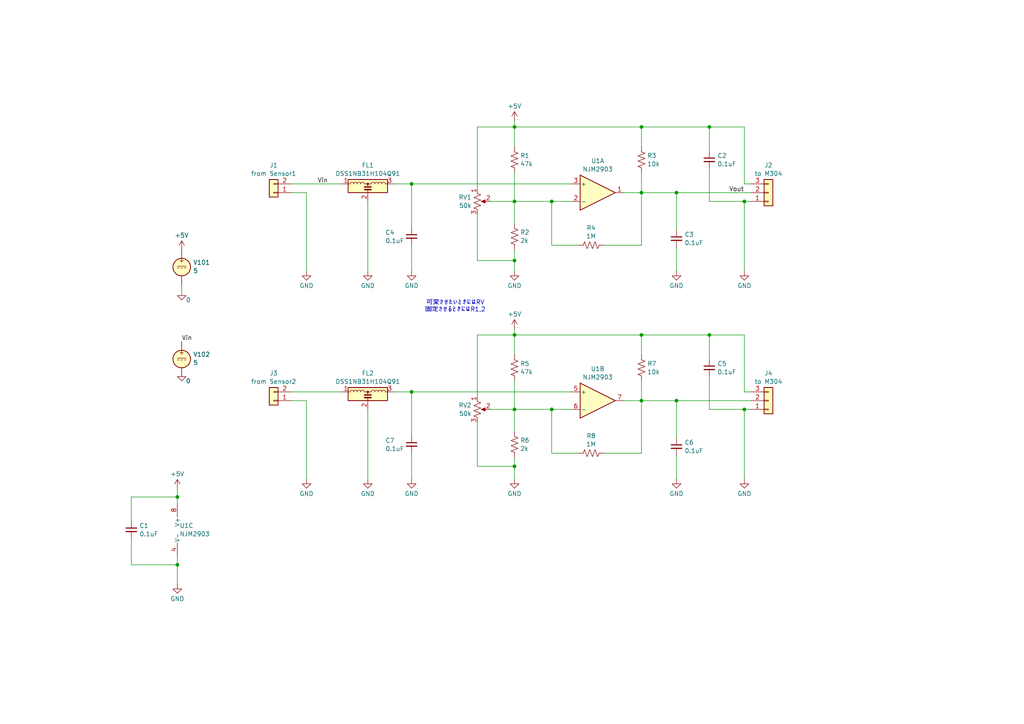
<source format=kicad_sch>
(kicad_sch (version 20231120) (generator "eeschema") (generator_version "8.0")
  (paper "A4")
  (title_block (title "Voltage Amplifier & Comparator for CTT-10-CLS-CV-25") (date "2025-07-04") (rev "1.00") (company "YS-Lab"))
  (lib_symbols
    (symbol "Connector_Generic:Conn_01x02" (pin_names (offset 1.016) hide)
      (property "Reference" "J" (at 0 2.54 0))
      (property "Value" "Conn_01x02" (at 0 -5.08 0))
      (symbol "Conn_01x02_1_1"
        (rectangle (start -1.27 -2.413) (end 0 -2.667) (stroke (width 0.1524)))
        (rectangle (start -1.27 0.127) (end 0 -0.127) (stroke (width 0.1524)))
        (rectangle (start -1.27 1.27) (end 1.27 -3.81) (stroke (width 0.254)) (fill (type background)))
        (pin passive line (at -5.08 0 0) (length 3.81) (name "Pin_1") (number "1"))
        (pin passive line (at -5.08 -2.54 0) (length 3.81) (name "Pin_2") (number "2"))
      )
    )
    (symbol "Connector_Generic:Conn_01x03" (pin_names (offset 1.016) hide)
      (property "Reference" "J" (at 0 5.08 0))
      (property "Value" "Conn_01x03" (at 0 -5.08 0))
      (symbol "Conn_01x03_1_1"
        (rectangle (start -1.27 -2.413) (end 0 -2.667) (stroke (width 0.1524)))
        (rectangle (start -1.27 0.127) (end 0 -0.127) (stroke (width 0.1524)))
        (rectangle (start -1.27 2.667) (end 0 2.413) (stroke (width 0.1524)))
        (rectangle (start -1.27 3.81) (end 1.27 -3.81) (stroke (width 0.254)) (fill (type background)))
        (pin passive line (at -5.08 2.54 0) (length 3.81) (name "Pin_1") (number "1"))
        (pin passive line (at -5.08 0 0) (length 3.81) (name "Pin_2") (number "2"))
        (pin passive line (at -5.08 -2.54 0) (length 3.81) (name "Pin_3") (number "3"))
      )
    )
    (symbol "Device:C_Small" (pin_numbers hide) (pin_names (offset 0.254) hide)
      (property "Reference" "C" (at 0.254 1.778 0))
      (property "Value" "C_Small" (at 0.254 -2.032 0))
      (symbol "C_Small_0_1"
        (polyline (pts (xy -1.524 -0.508) (xy 1.524 -0.508)) (stroke (width 0.3302)))
        (polyline (pts (xy -1.524 0.508) (xy 1.524 0.508)) (stroke (width 0.3048)))
      )
      (symbol "C_Small_1_1"
        (pin passive line (at 0 2.54 270) (length 2.032) (name "~") (number "1"))
        (pin passive line (at 0 -2.54 90) (length 2.032) (name "~") (number "2"))
      )
    )
    (symbol "Device:Filter_EMI_LCL" (pin_names (offset 0.254) hide)
      (property "Reference" "FL" (at 0 6.985 0))
      (property "Value" "Filter_EMI_LCL" (at 0 5.08 0))
      (symbol "Filter_EMI_LCL_0_1"
        (rectangle (start -5.715 3.81) (end 5.715 0) (stroke (width 0.254)) (fill (type background)))
        (arc (start -4.064 2.54) (mid -4.572 3.0458) (end -5.08 2.54))
        (arc (start -3.048 2.54) (mid -3.556 3.0458) (end -4.064 2.54))
        (arc (start -2.032 2.54) (mid -2.54 3.0458) (end -3.048 2.54))
        (rectangle (start -1.016 0.762) (end 1.016 1.016) (fill (type outline)))
        (arc (start -1.016 2.54) (mid -1.524 3.0458) (end -2.032 2.54))
        (polyline (pts (xy -1.016 2.54) (xy 1.016 2.54)))
        (polyline (pts (xy 0 0.762) (xy 0 0)))
        (polyline (pts (xy 0 2.54) (xy 0 1.778)))
        (circle (center 0 2.54) (radius 0.254) (fill (type outline)))
        (rectangle (start 1.016 1.524) (end -1.016 1.778) (fill (type outline)))
        (arc (start 2.032 2.54) (mid 1.524 3.0458) (end 1.016 2.54))
        (arc (start 3.048 2.54) (mid 2.54 3.0458) (end 2.032 2.54))
        (arc (start 4.064 2.54) (mid 3.556 3.0458) (end 3.048 2.54))
        (arc (start 5.08 2.54) (mid 4.572 3.0458) (end 4.064 2.54))
      )
      (symbol "Filter_EMI_LCL_1_1"
        (pin passive line (at -7.62 2.54 0) (length 2.54) (name "1") (number "1"))
        (pin passive line (at 0 -2.54 90) (length 2.54) (name "2") (number "2"))
        (pin passive line (at 7.62 2.54 180) (length 2.54) (name "3") (number "3"))
      )
    )
    (symbol "Device:R_Potentiometer_US" (pin_names (offset 1.016) hide)
      (property "Reference" "RV" (at -4.445 0 90))
      (property "Value" "R_Potentiometer_US" (at -2.54 0 90))
      (symbol "R_Potentiometer_US_0_1"
        (polyline (pts (xy 0 -2.286) (xy 0 -2.54)))
        (polyline (pts (xy 0 2.54) (xy 0 2.286)))
        (polyline (pts (xy 2.54 0) (xy 1.524 0)))
        (polyline (pts (xy 1.143 0) (xy 2.286 0.508) (xy 2.286 -0.508) (xy 1.143 0)) (fill (type outline)))
        (polyline (pts (xy 0 -0.762) (xy 1.016 -1.143) (xy 0 -1.524) (xy -1.016 -1.905) (xy 0 -2.286)))
        (polyline (pts (xy 0 0.762) (xy 1.016 0.381) (xy 0 0) (xy -1.016 -0.381) (xy 0 -0.762)))
        (polyline (pts (xy 0 2.286) (xy 1.016 1.905) (xy 0 1.524) (xy -1.016 1.143) (xy 0 0.762)))
      )
      (symbol "R_Potentiometer_US_1_1"
        (pin passive line (at 0 3.81 270) (length 1.27) (name "1") (number "1"))
        (pin passive line (at 3.81 0 180) (length 1.27) (name "2") (number "2"))
        (pin passive line (at 0 -3.81 90) (length 1.27) (name "3") (number "3"))
      )
    )
    (symbol "Device:R_US" (pin_numbers hide) (pin_names (offset 0))
      (property "Reference" "R" (at 2.54 0 90))
      (property "Value" "R_US" (at -2.54 0 90))
      (symbol "R_US_0_1"
        (polyline (pts (xy 0 -2.286) (xy 0 -2.54)))
        (polyline (pts (xy 0 2.286) (xy 0 2.54)))
        (polyline (pts (xy 0 -0.762) (xy 1.016 -1.143) (xy 0 -1.524) (xy -1.016 -1.905) (xy 0 -2.286)))
        (polyline (pts (xy 0 0.762) (xy 1.016 0.381) (xy 0 0) (xy -1.016 -0.381) (xy 0 -0.762)))
        (polyline (pts (xy 0 2.286) (xy 1.016 1.905) (xy 0 1.524) (xy -1.016 1.143) (xy 0 0.762)))
      )
      (symbol "R_US_1_1"
        (pin passive line (at 0 3.81 270) (length 1.27) (name "~") (number "1"))
        (pin passive line (at 0 -3.81 90) (length 1.27) (name "~") (number "2"))
      )
    )
    (symbol "Simulation_SPICE:0" (power) (pin_numbers hide) (pin_names (offset 0) hide)
      (property "Value" "0" (at 0 -2.54 0))
      (symbol "0_0_1"
        (polyline (pts (xy -1.27 0) (xy 0 -1.27) (xy 1.27 0) (xy -1.27 0)))
      )
      (symbol "0_1_1"
        (pin power_in line (at 0 0 0) (length 0) (name "~") (number "1"))
      )
    )
    (symbol "Simulation_SPICE:VDC" (pin_numbers hide) (pin_names (offset 0.0254))
      (property "Reference" "V" (at 2.54 2.54 0))
      (property "Value" "1" (at 2.54 0 0))
      (symbol "VDC_0_0"
        (polyline (pts (xy -1.27 0.254) (xy 1.27 0.254)))
        (polyline (pts (xy -0.762 -0.254) (xy -1.27 -0.254)))
        (polyline (pts (xy 0.254 -0.254) (xy -0.254 -0.254)))
        (polyline (pts (xy 1.27 -0.254) (xy 0.762 -0.254)))
        (text "+" (at 0 1.905 0) (effects (font (size 1.27 1.27))))
      )
      (symbol "VDC_0_1"
        (circle (center 0 0) (radius 2.54) (stroke (width 0.254)) (fill (type background)))
      )
      (symbol "VDC_1_1"
        (pin passive line (at 0 5.08 270) (length 2.54) (name "~") (number "1"))
        (pin passive line (at 0 -5.08 90) (length 2.54) (name "~") (number "2"))
      )
    )
    (symbol "power:+5V" (power) (pin_numbers hide) (pin_names (offset 0) hide)
      (property "Value" "+5V" (at 0 3.556 0))
      (symbol "+5V_0_1"
        (polyline (pts (xy -0.762 1.27) (xy 0 2.54)))
        (polyline (pts (xy 0 0) (xy 0 2.54)))
        (polyline (pts (xy 0 2.54) (xy 0.762 1.27)))
      )
      (symbol "+5V_1_1"
        (pin power_in line (at 0 0 90) (length 0) (name "~") (number "1"))
      )
    )
    (symbol "power:GND" (power) (pin_numbers hide) (pin_names (offset 0) hide)
      (property "Value" "GND" (at 0 -3.81 0))
      (symbol "GND_0_1"
        (polyline (pts (xy 0 0) (xy 0 -1.27) (xy 1.27 -1.27) (xy 0 -2.54) (xy -1.27 -1.27) (xy 0 -1.27)))
      )
      (symbol "GND_1_1"
        (pin power_in line (at 0 0 270) (length 0) (name "~") (number "1"))
      )
    )
    (symbol "private:NJM2903" (pin_names (offset 0.127))
      (property "Reference" "U" (at 0 5.08 0))
      (property "Value" "NJM2903" (at 0 -5.08 0))
      (symbol "NJM2903_1_1"
        (polyline (pts (xy -5.08 5.08) (xy 5.08 0) (xy -5.08 -5.08) (xy -5.08 5.08)) (stroke (width 0.254)) (fill (type background)))
        (pin output line (at 7.62 0 180) (length 2.54) (name "~") (number "1"))
        (pin input line (at -7.62 -2.54 0) (length 2.54) (name "-") (number "2"))
        (pin input line (at -7.62 2.54 0) (length 2.54) (name "+") (number "3"))
      )
      (symbol "NJM2903_2_1"
        (polyline (pts (xy -5.08 5.08) (xy 5.08 0) (xy -5.08 -5.08) (xy -5.08 5.08)) (stroke (width 0.254)) (fill (type background)))
        (pin input line (at -7.62 2.54 0) (length 2.54) (name "+") (number "5"))
        (pin input line (at -7.62 -2.54 0) (length 2.54) (name "-") (number "6"))
        (pin output line (at 7.62 0 180) (length 2.54) (name "~") (number "7"))
      )
      (symbol "NJM2903_3_1"
        (pin power_in line (at -2.54 -7.62 90) (length 3.81) (name "V-") (number "4"))
        (pin power_in line (at -2.54 7.62 270) (length 3.81) (name "V+") (number "8"))
      )
    )
  )
  (junction (at 149.225 135.255))
  (junction (at 119.38 113.665))
  (junction (at 186.055 36.83))
  (junction (at 205.74 36.83))
  (junction (at 186.055 97.155))
  (junction (at 205.74 97.155))
  (junction (at 186.055 116.205))
  (junction (at 149.225 36.83))
  (junction (at 149.225 97.155))
  (junction (at 160.02 58.42))
  (junction (at 51.435 144.145))
  (junction (at 160.02 118.745))
  (junction (at 119.38 53.34))
  (junction (at 186.055 55.88))
  (junction (at 149.225 118.745))
  (junction (at 215.9 58.42))
  (junction (at 149.225 58.42))
  (junction (at 196.215 116.205))
  (junction (at 149.225 75.565))
  (junction (at 215.9 118.745))
  (junction (at 196.215 55.88))
  (junction (at 51.435 163.83))
  (wire (pts (xy 196.215 55.88) (xy 196.215 66.675)))
  (wire (pts (xy 196.215 116.205) (xy 196.215 127)))
  (wire (pts (xy 186.055 97.155) (xy 205.74 97.155)))
  (wire (pts (xy 149.225 75.565) (xy 149.225 78.74)))
  (wire (pts (xy 149.225 72.39) (xy 149.225 75.565)))
  (wire (pts (xy 114.3 53.34) (xy 119.38 53.34)))
  (wire (pts (xy 167.64 131.445) (xy 160.02 131.445)))
  (wire (pts (xy 38.1 144.145) (xy 51.435 144.145)))
  (wire (pts (xy 149.225 95.25) (xy 149.225 97.155)))
  (wire (pts (xy 149.225 58.42) (xy 160.02 58.42)))
  (wire (pts (xy 106.68 118.745) (xy 106.68 139.065)))
  (wire (pts (xy 205.74 97.155) (xy 215.9 97.155)))
  (wire (pts (xy 38.1 163.83) (xy 51.435 163.83)))
  (wire (pts (xy 205.74 36.83) (xy 205.74 43.815)))
  (wire (pts (xy 196.215 116.205) (xy 217.805 116.205)))
  (wire (pts (xy 149.225 34.925) (xy 149.225 36.83)))
  (wire (pts (xy 160.02 131.445) (xy 160.02 118.745)))
  (wire (pts (xy 217.805 53.34) (xy 215.9 53.34)))
  (wire (pts (xy 205.74 36.83) (xy 215.9 36.83)))
  (wire (pts (xy 186.055 50.165) (xy 186.055 55.88)))
  (wire (pts (xy 99.06 113.665) (xy 84.455 113.665)))
  (wire (pts (xy 186.055 36.83) (xy 149.225 36.83)))
  (wire (pts (xy 84.455 116.205) (xy 88.9 116.205)))
  (wire (pts (xy 215.9 118.745) (xy 215.9 139.065)))
  (wire (pts (xy 160.02 71.12) (xy 160.02 58.42)))
  (wire (pts (xy 149.225 97.155) (xy 149.225 102.87)))
  (wire (pts (xy 186.055 116.205) (xy 186.055 131.445)))
  (wire (pts (xy 149.225 58.42) (xy 149.225 64.77)))
  (wire (pts (xy 138.43 122.555) (xy 138.43 135.255)))
  (wire (pts (xy 149.225 110.49) (xy 149.225 118.745)))
  (wire (pts (xy 149.225 97.155) (xy 138.43 97.155)))
  (wire (pts (xy 138.43 36.83) (xy 138.43 54.61)))
  (wire (pts (xy 149.225 118.745) (xy 160.02 118.745)))
  (wire (pts (xy 205.74 97.155) (xy 205.74 104.14)))
  (wire (pts (xy 52.705 82.55) (xy 52.705 85.725)))
  (wire (pts (xy 186.055 36.83) (xy 205.74 36.83)))
  (wire (pts (xy 99.06 53.34) (xy 84.455 53.34)))
  (wire (pts (xy 138.43 97.155) (xy 138.43 114.935)))
  (wire (pts (xy 186.055 131.445) (xy 175.26 131.445)))
  (wire (pts (xy 138.43 75.565) (xy 149.225 75.565)))
  (wire (pts (xy 138.43 62.23) (xy 138.43 75.565)))
  (wire (pts (xy 119.38 53.34) (xy 119.38 66.04)))
  (wire (pts (xy 38.1 156.21) (xy 38.1 163.83)))
  (wire (pts (xy 217.805 113.665) (xy 215.9 113.665)))
  (wire (pts (xy 167.64 71.12) (xy 160.02 71.12)))
  (wire (pts (xy 38.1 144.145) (xy 38.1 151.13)))
  (wire (pts (xy 215.9 58.42) (xy 215.9 78.74)))
  (wire (pts (xy 186.055 110.49) (xy 186.055 116.205)))
  (wire (pts (xy 196.215 71.755) (xy 196.215 78.74)))
  (wire (pts (xy 186.055 55.88) (xy 196.215 55.88)))
  (wire (pts (xy 138.43 135.255) (xy 149.225 135.255)))
  (wire (pts (xy 205.74 118.745) (xy 215.9 118.745)))
  (wire (pts (xy 149.225 132.715) (xy 149.225 135.255)))
  (wire (pts (xy 160.02 118.745) (xy 165.735 118.745)))
  (wire (pts (xy 205.74 109.22) (xy 205.74 118.745)))
  (wire (pts (xy 149.225 36.83) (xy 138.43 36.83)))
  (wire (pts (xy 119.38 131.445) (xy 119.38 139.065)))
  (wire (pts (xy 51.435 144.145) (xy 51.435 146.05)))
  (wire (pts (xy 119.38 113.665) (xy 165.735 113.665)))
  (wire (pts (xy 217.805 58.42) (xy 215.9 58.42)))
  (wire (pts (xy 196.215 55.88) (xy 217.805 55.88)))
  (wire (pts (xy 180.975 116.205) (xy 186.055 116.205)))
  (wire (pts (xy 106.68 58.42) (xy 106.68 78.74)))
  (wire (pts (xy 119.38 71.12) (xy 119.38 78.74)))
  (wire (pts (xy 142.24 58.42) (xy 149.225 58.42)))
  (wire (pts (xy 88.9 116.205) (xy 88.9 139.065)))
  (wire (pts (xy 215.9 113.665) (xy 215.9 97.155)))
  (wire (pts (xy 217.805 118.745) (xy 215.9 118.745)))
  (wire (pts (xy 84.455 55.88) (xy 88.9 55.88)))
  (wire (pts (xy 180.975 55.88) (xy 186.055 55.88)))
  (wire (pts (xy 51.435 163.83) (xy 51.435 169.545)))
  (wire (pts (xy 149.225 135.255) (xy 149.225 139.065)))
  (wire (pts (xy 51.435 141.605) (xy 51.435 144.145)))
  (wire (pts (xy 149.225 118.745) (xy 149.225 125.095)))
  (wire (pts (xy 149.225 36.83) (xy 149.225 42.545)))
  (wire (pts (xy 186.055 55.88) (xy 186.055 71.12)))
  (wire (pts (xy 149.225 50.165) (xy 149.225 58.42)))
  (wire (pts (xy 186.055 42.545) (xy 186.055 36.83)))
  (wire (pts (xy 142.24 118.745) (xy 149.225 118.745)))
  (wire (pts (xy 205.74 48.895) (xy 205.74 58.42)))
  (wire (pts (xy 160.02 58.42) (xy 165.735 58.42)))
  (wire (pts (xy 196.215 132.08) (xy 196.215 139.065)))
  (wire (pts (xy 186.055 102.87) (xy 186.055 97.155)))
  (wire (pts (xy 215.9 53.34) (xy 215.9 36.83)))
  (wire (pts (xy 186.055 71.12) (xy 175.26 71.12)))
  (wire (pts (xy 119.38 113.665) (xy 119.38 126.365)))
  (wire (pts (xy 186.055 116.205) (xy 196.215 116.205)))
  (wire (pts (xy 119.38 53.34) (xy 165.735 53.34)))
  (wire (pts (xy 114.3 113.665) (xy 119.38 113.665)))
  (wire (pts (xy 186.055 97.155) (xy 149.225 97.155)))
  (wire (pts (xy 88.9 55.88) (xy 88.9 78.74)))
  (wire (pts (xy 51.435 161.29) (xy 51.435 163.83)))
  (wire (pts (xy 205.74 58.42) (xy 215.9 58.42)))
  (text "可変させたいときにはRV\n固定させるときにはR1,2" (at 132.08 88.9 0) (effects (font (size 1.27 1.27))))
  (label "Vout" (at 211.455 55.88 0))
  (label "Vin" (at 92.075 53.34 0))
  (label "Vin" (at 52.705 99.06 0))
  (symbol (lib_id "Device:R_US") (at 149.225 128.905 0) (unit 1)
    (property "Reference" "R6" (at 150.876 127.6928 0) (effects (justify left)))
    (property "Value" "2k" (at 150.876 130.1171 0) (effects (justify left)))
    (property "Footprint" "Resistor_THT:R_Axial_DIN0207_L6.3mm_D2.5mm_P2.54mm_Vertical" (effects (hide yes)))
    (property "Description" "Resistor, US symbol" (effects (hide yes)))
  )
  (symbol (lib_id "power:GND") (at 51.435 169.545 0) (unit 1)
    (property "Reference" "#PWR102" (effects (hide yes)))
    (property "Value" "GND" (at 51.435 173.6781 0))
    (property "Description" "Power symbol creates a global label with name \"GND\" , ground" (effects (hide yes)))
  )
  (symbol (lib_id "Device:C_Small") (at 38.1 153.67 0) (unit 1)
    (property "Reference" "C1" (at 40.4241 152.4641 0) (effects (justify left)))
    (property "Value" "0.1uF" (at 40.4241 154.8884 0) (effects (justify left)))
    (property "Footprint" "Capacitor_THT:C_Disc_D3.4mm_W2.1mm_P2.50mm" (effects (hide yes)))
    (property "Description" "Unpolarized capacitor, small symbol" (effects (hide yes)))
  )
  (symbol (lib_id "power:GND") (at 88.9 78.74 0) (unit 1)
    (property "Reference" "#PWR104" (effects (hide yes)))
    (property "Value" "GND" (at 88.9 82.8731 0))
    (property "Description" "Power symbol creates a global label with name \"GND\" , ground" (effects (hide yes)))
  )
  (symbol (lib_id "private:NJM2903") (at 173.355 55.88 0) (unit 1)
    (property "Reference" "U1" (at 173.355 46.6555 0))
    (property "Value" "NJM2903" (at 173.355 49.0798 0))
    (property "Footprint" "Package_DIP:DIP-8_W7.62mm_LongPads" (effects (hide yes)))
    (property "Datasheet" "https://akizukidenshi.com/catalog/g/g113486/" (effects (hide yes)))
    (property "Description" "Dual Low Noise Pre-Amplifier, DIP-8/DMP-8/SIP-8" (effects (hide yes)))
    (property "Sim.Library" "sims/NJM2903_NewJRC/NJM2903.lib" (effects (hide yes)))
    (property "Sim.Name" "njm2903" (effects (hide yes)))
    (property "Sim.Device" "SUBCKT" (effects (hide yes)))
    (property "Sim.Pins" "1=AOUTPUT 2=A-INPUT 3=A+INPUT 4=GND 5=B+INPUT 6=B-INPUT 7=BOUTPUT 8=V+" (effects (hide yes)))
  )
  (symbol (lib_id "Device:R_US") (at 186.055 46.355 0) (unit 1)
    (property "Reference" "R3" (at 187.706 45.1428 0) (effects (justify left)))
    (property "Value" "10k" (at 187.706 47.5671 0) (effects (justify left)))
    (property "Footprint" "Resistor_THT:R_Axial_DIN0207_L6.3mm_D2.5mm_P2.54mm_Vertical" (effects (hide yes)))
    (property "Description" "Resistor, US symbol" (effects (hide yes)))
  )
  (symbol (lib_id "Simulation_SPICE:0") (at 52.705 109.22 0) (unit 1)
    (property "Reference" "#GND102" (effects (hide yes)))
    (property "Value" "0" (at 54.61 110.49 0))
    (property "Datasheet" "https://ngspice.sourceforge.io/docs/ngspice-html-manual/manual.xhtml#subsec_Circuit_elements__device" (effects (hide yes)))
    (property "Description" "0V reference potential for simulation" (effects (hide yes)))
  )
  (symbol (lib_id "Device:R_Potentiometer_US") (at 138.43 58.42 0) (unit 1)
    (property "Reference" "RV1" (at 136.7791 57.2078 0) (effects (justify right)))
    (property "Value" "50k" (at 136.7791 59.6321 0) (effects (justify right)))
    (property "Footprint" "Potentiometer_THT:Potentiometer_Bourns_3296W_Vertical" (effects (hide yes)))
    (property "Datasheet" "https://akizukidenshi.com/goodsaffix/TSR-3296.pdf" (effects (hide yes)))
    (property "Description" "TSR-3296W-503R" (effects (hide yes)))
  )
  (symbol (lib_id "Simulation_SPICE:VDC") (at 52.705 104.14 0) (unit 1) (in_bom no) (on_board no)
    (property "Reference" "V102" (at 56.007 102.798 0) (effects (justify left)))
    (property "Value" "5" (at 56.007 105.2223 0) (effects (justify left)))
    (property "Datasheet" "https://ngspice.sourceforge.io/docs/ngspice-html-manual/manual.xhtml#sec_Independent_Sources_for" (effects (hide yes)))
    (property "Description" "Voltage source, DC" (effects (hide yes)))
    (property "Sim.Pins" "1=+ 2=-" (effects (hide yes)))
    (property "Sim.Type" "DC" (effects (hide yes)))
    (property "Sim.Device" "V" (effects (hide yes)))
  )
  (symbol (lib_id "Device:R_US") (at 149.225 106.68 0) (unit 1)
    (property "Reference" "R5" (at 150.876 105.4678 0) (effects (justify left)))
    (property "Value" "47k" (at 150.876 107.8921 0) (effects (justify left)))
    (property "Footprint" "Resistor_THT:R_Axial_DIN0207_L6.3mm_D2.5mm_P2.54mm_Vertical" (effects (hide yes)))
    (property "Description" "Resistor, US symbol" (effects (hide yes)))
  )
  (symbol (lib_id "Simulation_SPICE:VDC") (at 52.705 77.47 0) (unit 1) (in_bom no) (on_board no)
    (property "Reference" "V101" (at 56.007 76.128 0) (effects (justify left)))
    (property "Value" "5" (at 56.007 78.5523 0) (effects (justify left)))
    (property "Datasheet" "https://ngspice.sourceforge.io/docs/ngspice-html-manual/manual.xhtml#sec_Independent_Sources_for" (effects (hide yes)))
    (property "Description" "Voltage source, DC" (effects (hide yes)))
    (property "Sim.Pins" "1=+ 2=-" (effects (hide yes)))
    (property "Sim.Type" "DC" (effects (hide yes)))
    (property "Sim.Device" "V" (effects (hide yes)))
  )
  (symbol (lib_id "power:GND") (at 88.9 139.065 0) (unit 1)
    (property "Reference" "#PWR109" (effects (hide yes)))
    (property "Value" "GND" (at 88.9 143.1981 0))
    (property "Description" "Power symbol creates a global label with name \"GND\" , ground" (effects (hide yes)))
  )
  (symbol (lib_id "power:GND") (at 106.68 139.065 0) (unit 1)
    (property "Reference" "#PWR110" (effects (hide yes)))
    (property "Value" "GND" (at 106.68 143.1981 0))
    (property "Description" "Power symbol creates a global label with name \"GND\" , ground" (effects (hide yes)))
  )
  (symbol (lib_id "power:+5V") (at 149.225 34.925 0) (unit 1)
    (property "Reference" "#PWR106" (effects (hide yes)))
    (property "Value" "+5V" (at 149.225 30.7919 0))
    (property "Description" "Power symbol creates a global label with name \"+5V\"" (effects (hide yes)))
  )
  (symbol (lib_id "Device:R_US") (at 186.055 106.68 0) (unit 1)
    (property "Reference" "R7" (at 187.706 105.4678 0) (effects (justify left)))
    (property "Value" "10k" (at 187.706 107.8921 0) (effects (justify left)))
    (property "Footprint" "Resistor_THT:R_Axial_DIN0207_L6.3mm_D2.5mm_P2.54mm_Vertical" (effects (hide yes)))
    (property "Description" "Resistor, US symbol" (effects (hide yes)))
  )
  (symbol (lib_id "Device:C_Small") (at 119.38 68.58 0) (unit 1)
    (property "Reference" "C4" (at 111.76 67.4257 0) (effects (justify left)))
    (property "Value" "0.1uF" (at 111.76 69.85 0) (effects (justify left)))
    (property "Footprint" "Capacitor_THT:C_Disc_D3.4mm_W2.1mm_P2.50mm" (effects (hide yes)))
    (property "Description" "Unpolarized capacitor, small symbol" (effects (hide yes)))
  )
  (symbol (lib_id "Device:Filter_EMI_LCL") (at 106.68 55.88 0) (unit 1)
    (property "Reference" "FL1" (at 106.68 47.9255 0))
    (property "Value" "DSS1NB31H104Q91" (at 106.68 50.3498 0))
    (property "Footprint" "HOLLY2:DSS1" (effects (hide yes)))
    (property "Datasheet" "http://www.murata.com/~/media/webrenewal/support/library/catalog/products/emc/emifil/c31e.ashx?la=en-gb" (effects (hide yes)))
    (property "Description" "EMI T-filter (LCL)" (effects (hide yes)))
  )
  (symbol (lib_id "Device:C_Small") (at 205.74 46.355 0) (unit 1)
    (property "Reference" "C2" (at 208.0641 45.1491 0) (effects (justify left)))
    (property "Value" "0.1uF" (at 208.0641 47.5734 0) (effects (justify left)))
    (property "Footprint" "Capacitor_THT:C_Disc_D3.4mm_W2.1mm_P2.50mm" (effects (hide yes)))
    (property "Description" "Unpolarized capacitor, small symbol" (effects (hide yes)))
  )
  (symbol (lib_id "power:+5V") (at 52.705 72.39 0) (unit 1)
    (property "Reference" "#PWR107" (effects (hide yes)))
    (property "Value" "+5V" (at 52.705 68.2569 0))
    (property "Description" "Power symbol creates a global label with name \"+5V\"" (effects (hide yes)))
  )
  (symbol (lib_id "Connector_Generic:Conn_01x03") (at 222.885 55.88 0) (mirror x) (unit 1) (exclude_from_sim yes)
    (property "Reference" "J2" (at 222.885 47.9255 0))
    (property "Value" "to M304" (at 222.885 50.3498 0))
    (property "Footprint" "Connector_JST:JST_XH_B3B-XH-A_1x03_P2.50mm_Vertical" (effects (hide yes)))
    (property "Description" "Generic connector, single row, 01x03, script generated (kicad-library-utils/schlib/autogen/connector/)" (effects (hide yes)))
  )
  (symbol (lib_id "power:GND") (at 196.215 139.065 0) (unit 1)
    (property "Reference" "#PWR114" (effects (hide yes)))
    (property "Value" "GND" (at 196.215 143.1981 0))
    (property "Description" "Power symbol creates a global label with name \"GND\" , ground" (effects (hide yes)))
  )
  (symbol (lib_id "power:GND") (at 119.38 139.065 0) (unit 1)
    (property "Reference" "#PWR111" (effects (hide yes)))
    (property "Value" "GND" (at 119.38 143.1981 0))
    (property "Description" "Power symbol creates a global label with name \"GND\" , ground" (effects (hide yes)))
  )
  (symbol (lib_id "Device:Filter_EMI_LCL") (at 106.68 116.205 0) (unit 1)
    (property "Reference" "FL2" (at 106.68 108.2505 0))
    (property "Value" "DSS1NB31H104Q91" (at 106.68 110.6748 0))
    (property "Footprint" "HOLLY2:DSS1" (effects (hide yes)))
    (property "Datasheet" "http://www.murata.com/~/media/webrenewal/support/library/catalog/products/emc/emifil/c31e.ashx?la=en-gb" (effects (hide yes)))
    (property "Description" "EMI T-filter (LCL)" (effects (hide yes)))
  )
  (symbol (lib_id "Device:C_Small") (at 196.215 69.215 0) (unit 1)
    (property "Reference" "C3" (at 198.5391 68.0091 0) (effects (justify left)))
    (property "Value" "0.1uF" (at 198.5391 70.4334 0) (effects (justify left)))
    (property "Footprint" "Capacitor_THT:C_Disc_D3.4mm_W2.1mm_P2.50mm" (effects (hide yes)))
    (property "Description" "Unpolarized capacitor, small symbol" (effects (hide yes)))
  )
  (symbol (lib_id "private:NJM2903") (at 173.355 116.205 0) (unit 2)
    (property "Reference" "U1" (at 173.355 106.9805 0))
    (property "Value" "NJM2903" (at 173.355 109.4048 0))
    (property "Footprint" "Package_DIP:DIP-8_W7.62mm_LongPads" (effects (hide yes)))
    (property "Datasheet" "https://akizukidenshi.com/catalog/g/g113486/" (effects (hide yes)))
    (property "Description" "Dual Low Noise Pre-Amplifier, DIP-8/DMP-8/SIP-8" (effects (hide yes)))
    (property "Sim.Library" "sims/NJM2903_NewJRC/NJM2903.lib" (effects (hide yes)))
    (property "Sim.Name" "njm2903" (effects (hide yes)))
    (property "Sim.Device" "SUBCKT" (effects (hide yes)))
    (property "Sim.Pins" "1=AOUTPUT 2=A-INPUT 3=A+INPUT 4=GND 5=B+INPUT 6=B-INPUT 7=BOUTPUT 8=V+" (effects (hide yes)))
  )
  (symbol (lib_id "Device:C_Small") (at 205.74 106.68 0) (unit 1)
    (property "Reference" "C5" (at 208.0641 105.4741 0) (effects (justify left)))
    (property "Value" "0.1uF" (at 208.0641 107.8984 0) (effects (justify left)))
    (property "Footprint" "Capacitor_THT:C_Disc_D3.4mm_W2.1mm_P2.50mm" (effects (hide yes)))
    (property "Description" "Unpolarized capacitor, small symbol" (effects (hide yes)))
  )
  (symbol (lib_id "power:GND") (at 149.225 78.74 0) (unit 1)
    (property "Reference" "#PWR105" (effects (hide yes)))
    (property "Value" "GND" (at 149.225 82.8731 0))
    (property "Description" "Power symbol creates a global label with name \"GND\" , ground" (effects (hide yes)))
  )
  (symbol (lib_id "Device:R_US") (at 149.225 46.355 0) (unit 1)
    (property "Reference" "R1" (at 150.876 45.1428 0) (effects (justify left)))
    (property "Value" "47k" (at 150.876 47.5671 0) (effects (justify left)))
    (property "Footprint" "Resistor_THT:R_Axial_DIN0207_L6.3mm_D2.5mm_P2.54mm_Vertical" (effects (hide yes)))
    (property "Description" "Resistor, US symbol" (effects (hide yes)))
  )
  (symbol (lib_id "Device:R_Potentiometer_US") (at 138.43 118.745 0) (unit 1)
    (property "Reference" "RV2" (at 136.7791 117.5328 0) (effects (justify right)))
    (property "Value" "50k" (at 136.7791 119.9571 0) (effects (justify right)))
    (property "Footprint" "Potentiometer_THT:Potentiometer_Bourns_3296W_Vertical" (effects (hide yes)))
    (property "Datasheet" "https://akizukidenshi.com/goodsaffix/TSR-3296.pdf" (effects (hide yes)))
    (property "Description" "TSR-3296W-503R" (effects (hide yes)))
  )
  (symbol (lib_id "Device:R_US") (at 171.45 131.445 90) (unit 1)
    (property "Reference" "R8" (at 171.45 126.4115 90))
    (property "Value" "1M" (at 171.45 128.8358 90))
    (property "Footprint" "Resistor_THT:R_Axial_DIN0207_L6.3mm_D2.5mm_P2.54mm_Vertical" (effects (hide yes)))
    (property "Description" "Resistor, US symbol" (effects (hide yes)))
  )
  (symbol (lib_id "Device:R_US") (at 171.45 71.12 90) (unit 1)
    (property "Reference" "R4" (at 171.45 66.0865 90))
    (property "Value" "1M" (at 171.45 68.5108 90))
    (property "Footprint" "Resistor_THT:R_Axial_DIN0207_L6.3mm_D2.5mm_P2.54mm_Vertical" (effects (hide yes)))
    (property "Description" "Resistor, US symbol" (effects (hide yes)))
  )
  (symbol (lib_id "power:GND") (at 215.9 78.74 0) (unit 1)
    (property "Reference" "#PWR103" (effects (hide yes)))
    (property "Value" "GND" (at 215.9 82.8731 0))
    (property "Description" "Power symbol creates a global label with name \"GND\" , ground" (effects (hide yes)))
  )
  (symbol (lib_id "Device:C_Small") (at 196.215 129.54 0) (unit 1)
    (property "Reference" "C6" (at 198.5391 128.3341 0) (effects (justify left)))
    (property "Value" "0.1uF" (at 198.5391 130.7584 0) (effects (justify left)))
    (property "Footprint" "Capacitor_THT:C_Disc_D3.4mm_W2.1mm_P2.50mm" (effects (hide yes)))
    (property "Description" "Unpolarized capacitor, small symbol" (effects (hide yes)))
  )
  (symbol (lib_id "power:GND") (at 149.225 139.065 0) (unit 1)
    (property "Reference" "#PWR113" (effects (hide yes)))
    (property "Value" "GND" (at 149.225 143.1981 0))
    (property "Description" "Power symbol creates a global label with name \"GND\" , ground" (effects (hide yes)))
  )
  (symbol (lib_id "power:+5V") (at 149.225 95.25 0) (unit 1)
    (property "Reference" "#PWR112" (effects (hide yes)))
    (property "Value" "+5V" (at 149.225 91.1169 0))
    (property "Description" "Power symbol creates a global label with name \"+5V\"" (effects (hide yes)))
  )
  (symbol (lib_id "Device:R_US") (at 149.225 68.58 0) (unit 1)
    (property "Reference" "R2" (at 150.876 67.3678 0) (effects (justify left)))
    (property "Value" "2k" (at 150.876 69.7921 0) (effects (justify left)))
    (property "Footprint" "Resistor_THT:R_Axial_DIN0207_L6.3mm_D2.5mm_P2.54mm_Vertical" (effects (hide yes)))
    (property "Description" "Resistor, US symbol" (effects (hide yes)))
  )
  (symbol (lib_id "private:NJM2903") (at 53.975 153.67 0) (unit 3)
    (property "Reference" "U1" (at 52.07 152.4578 0) (effects (justify left)))
    (property "Value" "NJM2903" (at 52.07 154.8821 0) (effects (justify left)))
    (property "Footprint" "Package_DIP:DIP-8_W7.62mm_LongPads" (effects (hide yes)))
    (property "Datasheet" "https://akizukidenshi.com/catalog/g/g113486/" (effects (hide yes)))
    (property "Description" "Dual Low Noise Pre-Amplifier, DIP-8/DMP-8/SIP-8" (effects (hide yes)))
    (property "Sim.Library" "sims/NJM2903_NewJRC/NJM2903.lib" (effects (hide yes)))
    (property "Sim.Name" "njm2903" (effects (hide yes)))
    (property "Sim.Device" "SUBCKT" (effects (hide yes)))
    (property "Sim.Pins" "1=AOUTPUT 2=A-INPUT 3=A+INPUT 4=GND 5=B+INPUT 6=B-INPUT 7=BOUTPUT 8=V+" (effects (hide yes)))
  )
  (symbol (lib_id "Connector_Generic:Conn_01x03") (at 222.885 116.205 0) (mirror x) (unit 1) (exclude_from_sim yes)
    (property "Reference" "J4" (at 222.885 108.2505 0))
    (property "Value" "to M304" (at 222.885 110.6748 0))
    (property "Footprint" "Connector_JST:JST_XH_B3B-XH-A_1x03_P2.50mm_Vertical" (effects (hide yes)))
    (property "Description" "Generic connector, single row, 01x03, script generated (kicad-library-utils/schlib/autogen/connector/)" (effects (hide yes)))
  )
  (symbol (lib_id "Device:C_Small") (at 119.38 128.905 0) (unit 1)
    (property "Reference" "C7" (at 111.76 127.7507 0) (effects (justify left)))
    (property "Value" "0.1uF" (at 111.76 130.175 0) (effects (justify left)))
    (property "Footprint" "Capacitor_THT:C_Disc_D3.4mm_W2.1mm_P2.50mm" (effects (hide yes)))
    (property "Description" "Unpolarized capacitor, small symbol" (effects (hide yes)))
  )
  (symbol (lib_id "Connector_Generic:Conn_01x02") (at 79.375 116.205 180) (unit 1) (exclude_from_sim yes)
    (property "Reference" "J3" (at 79.375 108.2505 0))
    (property "Value" "from Sensor2" (at 79.375 110.6748 0))
    (property "Footprint" "Connector_JST:JST_XH_B2B-XH-A_1x02_P2.50mm_Vertical" (effects (hide yes)))
    (property "Description" "Generic connector, single row, 01x02, script generated (kicad-library-utils/schlib/autogen/connector/)" (effects (hide yes)))
  )
  (symbol (lib_id "power:GND") (at 106.68 78.74 0) (unit 1)
    (property "Reference" "#PWR108" (effects (hide yes)))
    (property "Value" "GND" (at 106.68 82.8731 0))
    (property "Description" "Power symbol creates a global label with name \"GND\" , ground" (effects (hide yes)))
  )
  (symbol (lib_id "power:GND") (at 215.9 139.065 0) (unit 1)
    (property "Reference" "#PWR115" (effects (hide yes)))
    (property "Value" "GND" (at 215.9 143.1981 0))
    (property "Description" "Power symbol creates a global label with name \"GND\" , ground" (effects (hide yes)))
  )
  (symbol (lib_id "power:GND") (at 119.38 78.74 0) (unit 1)
    (property "Reference" "#PWR1" (effects (hide yes)))
    (property "Value" "GND" (at 119.38 82.8731 0))
    (property "Description" "Power symbol creates a global label with name \"GND\" , ground" (effects (hide yes)))
  )
  (symbol (lib_id "power:GND") (at 196.215 78.74 0) (unit 1)
    (property "Reference" "#PWR2" (effects (hide yes)))
    (property "Value" "GND" (at 196.215 82.8731 0))
    (property "Description" "Power symbol creates a global label with name \"GND\" , ground" (effects (hide yes)))
  )
  (symbol (lib_id "power:+5V") (at 51.435 141.605 0) (unit 1)
    (property "Reference" "#PWR101" (effects (hide yes)))
    (property "Value" "+5V" (at 51.435 137.4719 0))
    (property "Description" "Power symbol creates a global label with name \"+5V\"" (effects (hide yes)))
  )
  (symbol (lib_id "Simulation_SPICE:0") (at 52.705 85.725 0) (unit 1)
    (property "Reference" "#GND101" (effects (hide yes)))
    (property "Value" "0" (at 54.61 86.995 0))
    (property "Datasheet" "https://ngspice.sourceforge.io/docs/ngspice-html-manual/manual.xhtml#subsec_Circuit_elements__device" (effects (hide yes)))
    (property "Description" "0V reference potential for simulation" (effects (hide yes)))
  )
  (symbol (lib_id "Connector_Generic:Conn_01x02") (at 79.375 55.88 180) (unit 1) (exclude_from_sim yes)
    (property "Reference" "J1" (at 79.375 47.9255 0))
    (property "Value" "from Sensor1" (at 79.375 50.3498 0))
    (property "Footprint" "Connector_JST:JST_XH_B2B-XH-A_1x02_P2.50mm_Vertical" (effects (hide yes)))
    (property "Description" "Generic connector, single row, 01x02, script generated (kicad-library-utils/schlib/autogen/connector/)" (effects (hide yes)))
  )
)
</source>
